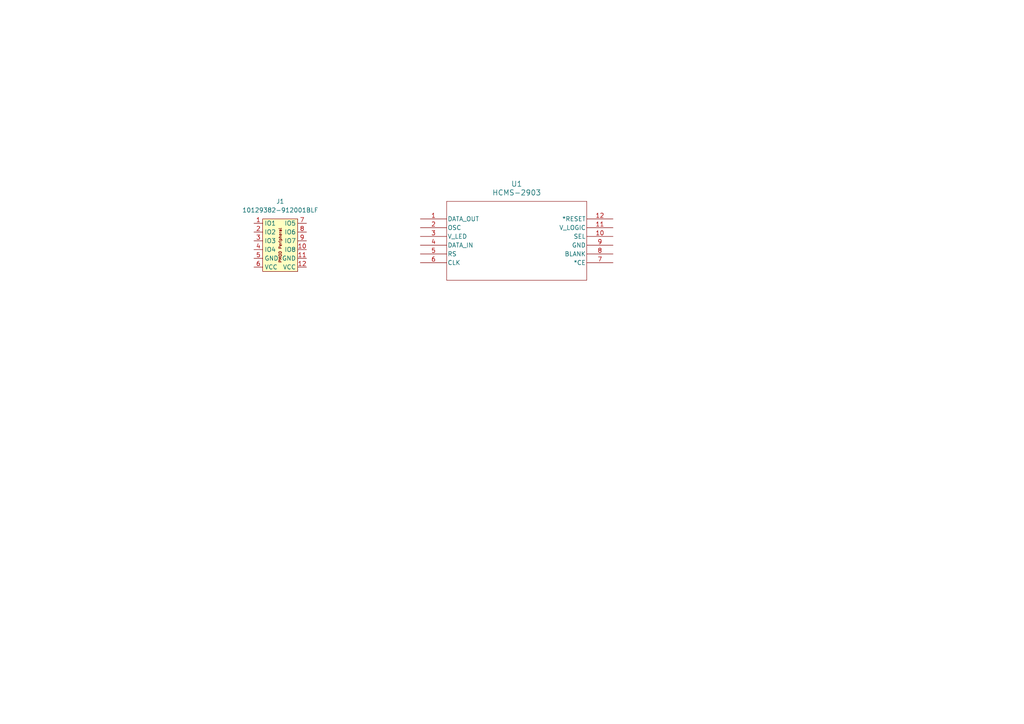
<source format=kicad_sch>
(kicad_sch (version 20250114) (generator "eeschema") (generator_version "9.0")
  (paper "A4")
  (lib_symbols
    (symbol "2025-09-25_20-04-46:HCMS-2903" (pin_names (offset 0.254))
      (property "Reference" "U" (at 27.94 10.16 0))
      (property "Value" "HCMS-2903" (at 27.94 7.62 0))
      (symbol "HCMS-2903_0_1"
        (polyline (pts (xy 7.62 5.08) (xy 7.62 -17.78)) (stroke (width 0.127)))
        (polyline (pts (xy 7.62 -17.78) (xy 48.26 -17.78)) (stroke (width 0.127)))
        (polyline (pts (xy 48.26 5.08) (xy 7.62 5.08)) (stroke (width 0.127)))
        (polyline (pts (xy 48.26 -17.78) (xy 48.26 5.08)) (stroke (width 0.127)))
        (pin output line (at 0 0 0) (length 7.62) (name "DATA_OUT") (number "1"))
        (pin output line (at 0 -2.54 0) (length 7.62) (name "OSC") (number "2"))
        (pin power_in line (at 0 -5.08 0) (length 7.62) (name "V_LED") (number "3"))
        (pin input line (at 0 -7.62 0) (length 7.62) (name "DATA_IN") (number "4"))
        (pin unspecified line (at 0 -10.16 0) (length 7.62) (name "RS") (number "5"))
        (pin input line (at 0 -12.7 0) (length 7.62) (name "CLK") (number "6"))
        (pin unspecified line (at 55.88 0 180) (length 7.62) (name "*RESET") (number "12"))
        (pin power_in line (at 55.88 -2.54 180) (length 7.62) (name "V_LOGIC") (number "11"))
        (pin unspecified line (at 55.88 -5.08 180) (length 7.62) (name "SEL") (number "10"))
        (pin power_out line (at 55.88 -7.62 180) (length 7.62) (name "GND") (number "9"))
        (pin unspecified line (at 55.88 -10.16 180) (length 7.62) (name "BLANK") (number "8"))
        (pin input line (at 55.88 -12.7 180) (length 7.62) (name "*CE") (number "7"))
      )
    )
    (symbol "pmod:PMOD_PERIPH_2x6"
      (property "Reference" "J" (at -3.81 12.7 0))
      (property "Value" "10129382-912001BLF" (at 2.54 -5.08 0))
      (symbol "PMOD_PERIPH_2x6_1_1"
        (rectangle (start -5.08 11.43) (end 5.08 -3.81) (fill (type background)))
        (text "PMOD Peripheral" (at 0 3.81 900) (effects (font (size 0.8 0.8))))
        (pin bidirectional line (at -7.62 10.16 0) (length 2.54) (name "IO1") (number "1"))
        (pin bidirectional line (at -7.62 7.62 0) (length 2.54) (name "IO2") (number "2"))
        (pin bidirectional line (at -7.62 5.08 0) (length 2.54) (name "IO3") (number "3"))
        (pin bidirectional line (at -7.62 2.54 0) (length 2.54) (name "IO4") (number "4"))
        (pin power_in line (at -7.62 0 0) (length 2.54) (name "GND") (number "5"))
        (pin power_in line (at -7.62 -2.54 0) (length 2.54) (name "VCC") (number "6"))
        (pin bidirectional line (at 7.62 10.16 180) (length 2.54) (name "IO5") (number "7"))
        (pin bidirectional line (at 7.62 7.62 180) (length 2.54) (name "IO6") (number "8"))
        (pin bidirectional line (at 7.62 5.08 180) (length 2.54) (name "IO7") (number "9"))
        (pin bidirectional line (at 7.62 2.54 180) (length 2.54) (name "IO8") (number "10"))
        (pin power_in line (at 7.62 0 180) (length 2.54) (name "GND") (number "11"))
        (pin power_in line (at 7.62 -2.54 180) (length 2.54) (name "VCC") (number "12"))
      )
    )
  )
  (symbol (lib_id "2025-09-25_20-04-46:HCMS-2903") (at 121.92 63.5 0) (unit 1)
    (property "Reference" "U1" (at 149.86 53.34 0) (effects (font (size 1.524 1.524))))
    (property "Value" "HCMS-2903" (at 149.86 55.88 0) (effects (font (size 1.524 1.524))))
    (property "Footprint" "DIP12_HCMS-290X-A_BRA" (effects (hide yes)))
    (property "Datasheet" "HCMS-2903" (effects (hide yes)))
  )
  (symbol (lib_id "pmod:PMOD_PERIPH_2x6") (at 81.28 74.93 0) (unit 1)
    (property "Reference" "J1" (at 81.28 58.42 0))
    (property "Value" "10129382-912001BLF" (at 81.28 60.96 0))
    (property "Footprint" "pmod:PinHeader_2x06_P2.54mm_PMODPeriph2B" (effects (hide yes)))
    (property "Datasheet" "https://cdn.amphenol-cs.com/media/wysiwyg/files/drawing/10129382.pdf" (effects (hide yes)))
    (property "LCSC Part" "C492434" (effects (hide yes)))
  )
)
</source>
